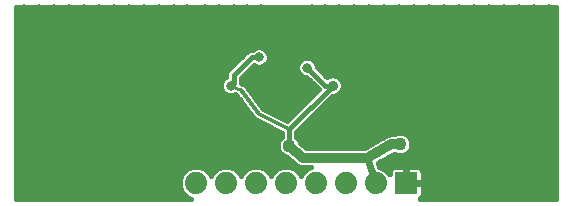
<source format=gbl>
G75*
G70*
%OFA0B0*%
%FSLAX24Y24*%
%IPPOS*%
%LPD*%
%AMOC8*
5,1,8,0,0,1.08239X$1,22.5*
%
%ADD10C,0.0340*%
%ADD11R,0.0740X0.0740*%
%ADD12C,0.0740*%
%ADD13C,0.0160*%
%ADD14C,0.0320*%
%ADD15C,0.0300*%
%ADD16C,0.0100*%
%ADD17C,0.0360*%
%ADD18C,0.0436*%
%ADD19C,0.0120*%
%ADD20C,0.0320*%
%ADD21C,0.0240*%
D10*
X009300Y004137D03*
X009550Y004387D03*
X009300Y004637D03*
X009800Y004637D03*
X009800Y004137D03*
D11*
X013650Y001487D03*
D12*
X012650Y001487D03*
X011650Y001487D03*
X010650Y001487D03*
X009650Y001487D03*
X008650Y001487D03*
X007650Y001487D03*
X006650Y001487D03*
D13*
X000650Y000967D02*
X000650Y007357D01*
X018650Y007357D01*
X018650Y000967D01*
X014120Y000967D01*
X014131Y000973D01*
X014164Y001006D01*
X014188Y001047D01*
X014200Y001093D01*
X014200Y001467D01*
X013670Y001467D01*
X013670Y001507D01*
X013630Y001507D01*
X013630Y002037D01*
X013256Y002037D01*
X013211Y002024D01*
X013169Y002001D01*
X013136Y001967D01*
X013112Y001926D01*
X013100Y001880D01*
X013100Y001785D01*
X013099Y001787D01*
X012950Y001936D01*
X012761Y002015D01*
X012706Y002170D01*
X013234Y002467D01*
X013235Y002467D01*
X013236Y002466D01*
X013375Y002409D01*
X013525Y002409D01*
X013664Y002466D01*
X013771Y002572D01*
X013828Y002711D01*
X013828Y002862D01*
X013771Y003001D01*
X013664Y003107D01*
X013525Y003165D01*
X013375Y003165D01*
X013236Y003107D01*
X013235Y003107D01*
X013194Y003107D01*
X013175Y003112D01*
X013131Y003107D01*
X013086Y003107D01*
X013068Y003099D01*
X013049Y003097D01*
X013010Y003075D01*
X012969Y003058D01*
X012955Y003044D01*
X012266Y002657D01*
X010322Y002657D01*
X010117Y002839D01*
X010071Y002951D01*
X009990Y003031D01*
X009990Y003187D01*
X011199Y004397D01*
X011268Y004397D01*
X011393Y004448D01*
X011488Y004544D01*
X011540Y004669D01*
X011540Y004804D01*
X011488Y004929D01*
X011393Y005025D01*
X011268Y005077D01*
X011132Y005077D01*
X011007Y005025D01*
X011004Y005022D01*
X010670Y005356D01*
X010670Y005400D01*
X010621Y005518D01*
X010531Y005608D01*
X010414Y005657D01*
X010286Y005657D01*
X010169Y005608D01*
X010079Y005518D01*
X010030Y005400D01*
X010030Y005273D01*
X010079Y005155D01*
X010169Y005065D01*
X010286Y005017D01*
X010331Y005017D01*
X010736Y004612D01*
X009688Y003564D01*
X008895Y003960D01*
X008320Y004726D01*
X008313Y004745D01*
X008303Y004750D01*
X008271Y004792D01*
X008172Y004806D01*
X008140Y004819D01*
X008140Y004987D01*
X008568Y005416D01*
X008569Y005415D01*
X008686Y005367D01*
X008814Y005367D01*
X008931Y005415D01*
X009021Y005505D01*
X009070Y005623D01*
X009070Y005750D01*
X009021Y005868D01*
X008931Y005958D01*
X008814Y006007D01*
X008686Y006007D01*
X008569Y005958D01*
X008537Y005927D01*
X008452Y005927D01*
X008364Y005890D01*
X007764Y005290D01*
X007697Y005223D01*
X007660Y005134D01*
X007660Y005025D01*
X007619Y005008D01*
X007529Y004918D01*
X007480Y004800D01*
X007480Y004673D01*
X007529Y004555D01*
X007619Y004465D01*
X007736Y004417D01*
X007864Y004417D01*
X007940Y004448D01*
X007997Y004424D01*
X008553Y003683D01*
X008570Y003631D01*
X008605Y003613D01*
X008629Y003582D01*
X008684Y003574D01*
X009510Y003161D01*
X009510Y003031D01*
X009429Y002951D01*
X009372Y002812D01*
X009372Y002661D01*
X009429Y002522D01*
X009536Y002416D01*
X009675Y002359D01*
X009694Y002359D01*
X009980Y002104D01*
X010019Y002065D01*
X010028Y002062D01*
X010035Y002055D01*
X010086Y002037D01*
X010136Y002017D01*
X010146Y002017D01*
X010155Y002013D01*
X010209Y002017D01*
X010492Y002017D01*
X010338Y001953D01*
X010184Y001798D01*
X010150Y001717D01*
X010116Y001798D01*
X009962Y001953D01*
X009759Y002037D01*
X009541Y002037D01*
X009338Y001953D01*
X009184Y001798D01*
X009150Y001717D01*
X009116Y001798D01*
X008962Y001953D01*
X008759Y002037D01*
X008541Y002037D01*
X008338Y001953D01*
X008184Y001798D01*
X008150Y001717D01*
X008116Y001798D01*
X007962Y001953D01*
X007759Y002037D01*
X007541Y002037D01*
X007338Y001953D01*
X007184Y001798D01*
X007150Y001717D01*
X007116Y001798D01*
X006962Y001953D01*
X006759Y002037D01*
X006541Y002037D01*
X006338Y001953D01*
X006184Y001798D01*
X006100Y001596D01*
X006100Y001377D01*
X006184Y001175D01*
X006338Y001020D01*
X006468Y000967D01*
X000650Y000967D01*
X000650Y001104D02*
X006255Y001104D01*
X006148Y001262D02*
X000650Y001262D01*
X000650Y001421D02*
X006100Y001421D01*
X006100Y001579D02*
X000650Y001579D01*
X000650Y001738D02*
X006159Y001738D01*
X006282Y001896D02*
X000650Y001896D01*
X000650Y002055D02*
X010037Y002055D01*
X010018Y001896D02*
X010282Y001896D01*
X010159Y001738D02*
X010141Y001738D01*
X009857Y002213D02*
X000650Y002213D01*
X000650Y002372D02*
X009643Y002372D01*
X009426Y002530D02*
X000650Y002530D01*
X000650Y002689D02*
X009372Y002689D01*
X009387Y002847D02*
X000650Y002847D01*
X000650Y003006D02*
X009484Y003006D01*
X009503Y003164D02*
X000650Y003164D01*
X000650Y003323D02*
X009186Y003323D01*
X008869Y003481D02*
X000650Y003481D01*
X000650Y003640D02*
X008567Y003640D01*
X008466Y003798D02*
X000650Y003798D01*
X000650Y003957D02*
X008347Y003957D01*
X008229Y004115D02*
X000650Y004115D01*
X000650Y004274D02*
X008110Y004274D01*
X007977Y004432D02*
X007901Y004432D01*
X007699Y004432D02*
X000650Y004432D01*
X000650Y004591D02*
X007514Y004591D01*
X007480Y004749D02*
X000650Y004749D01*
X000650Y004908D02*
X007524Y004908D01*
X007660Y005066D02*
X000650Y005066D01*
X000650Y005225D02*
X007699Y005225D01*
X007764Y005290D02*
X007764Y005290D01*
X007857Y005383D02*
X000650Y005383D01*
X000650Y005542D02*
X008016Y005542D01*
X008174Y005700D02*
X000650Y005700D01*
X000650Y005859D02*
X008333Y005859D01*
X008500Y005687D02*
X007900Y005087D01*
X007900Y004837D01*
X007800Y004737D01*
X008140Y004908D02*
X010440Y004908D01*
X010598Y004749D02*
X008304Y004749D01*
X008422Y004591D02*
X010715Y004591D01*
X010556Y004432D02*
X008541Y004432D01*
X008660Y004274D02*
X010398Y004274D01*
X010239Y004115D02*
X008779Y004115D01*
X008902Y003957D02*
X010081Y003957D01*
X009922Y003798D02*
X009219Y003798D01*
X009536Y003640D02*
X009764Y003640D01*
X010125Y003323D02*
X018650Y003323D01*
X018650Y003481D02*
X010284Y003481D01*
X010442Y003640D02*
X018650Y003640D01*
X018650Y003798D02*
X010601Y003798D01*
X010759Y003957D02*
X018650Y003957D01*
X018650Y004115D02*
X010918Y004115D01*
X011076Y004274D02*
X018650Y004274D01*
X018650Y004432D02*
X011353Y004432D01*
X011508Y004591D02*
X018650Y004591D01*
X018650Y004749D02*
X011540Y004749D01*
X011497Y004908D02*
X018650Y004908D01*
X018650Y005066D02*
X011293Y005066D01*
X011107Y005066D02*
X010960Y005066D01*
X010801Y005225D02*
X018650Y005225D01*
X018650Y005383D02*
X010670Y005383D01*
X010598Y005542D02*
X018650Y005542D01*
X018650Y005700D02*
X009070Y005700D01*
X009036Y005542D02*
X010102Y005542D01*
X010030Y005383D02*
X008854Y005383D01*
X008646Y005383D02*
X008536Y005383D01*
X008377Y005225D02*
X010050Y005225D01*
X010168Y005066D02*
X008219Y005066D01*
X008500Y005687D02*
X008750Y005687D01*
X009025Y005859D02*
X018650Y005859D01*
X018650Y006017D02*
X000650Y006017D01*
X000650Y006176D02*
X018650Y006176D01*
X018650Y006334D02*
X000650Y006334D01*
X000650Y006493D02*
X018650Y006493D01*
X018650Y006651D02*
X000650Y006651D01*
X000650Y006810D02*
X018650Y006810D01*
X018650Y006968D02*
X000650Y006968D01*
X000650Y007127D02*
X018650Y007127D01*
X018650Y007285D02*
X000650Y007285D01*
X007018Y001896D02*
X007282Y001896D01*
X007159Y001738D02*
X007141Y001738D01*
X008018Y001896D02*
X008282Y001896D01*
X008159Y001738D02*
X008141Y001738D01*
X009018Y001896D02*
X009282Y001896D01*
X009159Y001738D02*
X009141Y001738D01*
X010286Y002689D02*
X012323Y002689D01*
X012605Y002847D02*
X010113Y002847D01*
X010016Y003006D02*
X012887Y003006D01*
X013373Y003164D02*
X009990Y003164D01*
X009750Y003287D02*
X009750Y002737D01*
X009750Y003287D02*
X011200Y004737D01*
X010950Y004737D01*
X010350Y005337D01*
X013527Y003164D02*
X018650Y003164D01*
X018650Y003006D02*
X013766Y003006D01*
X013828Y002847D02*
X018650Y002847D01*
X018650Y002689D02*
X013819Y002689D01*
X013728Y002530D02*
X018650Y002530D01*
X018650Y002372D02*
X013065Y002372D01*
X012783Y002213D02*
X018650Y002213D01*
X018650Y002055D02*
X012746Y002055D01*
X012990Y001896D02*
X013104Y001896D01*
X013630Y001896D02*
X013670Y001896D01*
X013670Y002037D02*
X013670Y001507D01*
X014200Y001507D01*
X014200Y001880D01*
X014188Y001926D01*
X014164Y001967D01*
X014131Y002001D01*
X014089Y002024D01*
X014044Y002037D01*
X013670Y002037D01*
X013670Y001738D02*
X013630Y001738D01*
X013630Y001579D02*
X013670Y001579D01*
X014200Y001579D02*
X018650Y001579D01*
X018650Y001421D02*
X014200Y001421D01*
X014200Y001262D02*
X018650Y001262D01*
X018650Y001104D02*
X014200Y001104D01*
X014200Y001738D02*
X018650Y001738D01*
X018650Y001896D02*
X014196Y001896D01*
D14*
X012050Y002937D03*
X012250Y003387D03*
X013300Y003437D03*
X013900Y004437D03*
X013900Y005187D03*
X012750Y006087D03*
X011950Y006287D03*
X011450Y005937D03*
X010500Y005937D03*
X010500Y006387D03*
X010500Y006837D03*
X010500Y007287D03*
X010950Y007287D03*
X011400Y007287D03*
X011900Y007287D03*
X012400Y007287D03*
X012900Y007287D03*
X013400Y007287D03*
X013900Y007287D03*
X014400Y007287D03*
X014900Y007287D03*
X015400Y007287D03*
X015900Y007287D03*
X016400Y007287D03*
X016900Y007287D03*
X017400Y007287D03*
X017900Y007287D03*
X018400Y007287D03*
X010500Y003537D03*
X009700Y002237D03*
X007350Y003637D03*
X007800Y004737D03*
X007200Y005337D03*
X007500Y005937D03*
X008750Y005687D03*
X008800Y006337D03*
X008800Y006837D03*
X008800Y007287D03*
X008350Y007287D03*
X007900Y007287D03*
X007400Y007287D03*
X006950Y007287D03*
X006350Y007287D03*
X005900Y007287D03*
X005400Y007287D03*
X004900Y007287D03*
X004400Y007287D03*
X003900Y007287D03*
X003400Y007287D03*
X002900Y007287D03*
X002400Y007287D03*
X001900Y007287D03*
X001400Y007287D03*
X000900Y007287D03*
X010350Y005337D03*
D15*
X008750Y005137D03*
X008000Y004037D03*
D16*
X008150Y004587D02*
X007800Y004737D01*
D17*
X011200Y004737D03*
D18*
X009750Y002737D03*
X013450Y002787D03*
D19*
X009750Y003287D02*
X008750Y003787D01*
X008150Y004587D01*
D20*
X009750Y002737D02*
X010200Y002337D01*
X012350Y002337D01*
X013150Y002787D01*
X013450Y002787D01*
D21*
X012350Y002337D02*
X012650Y001487D01*
M02*

</source>
